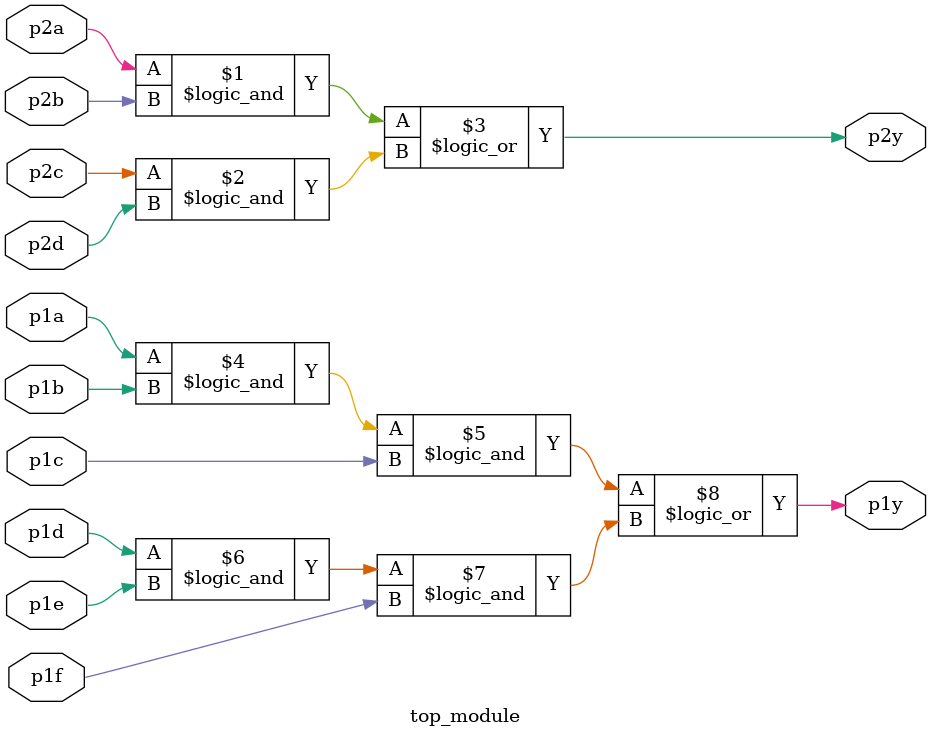
<source format=v>
module top_module (
    input  p1a,
    p1b,
    p1c,
    p1d,
    p1e,
    p1f,
    output p1y,
    input  p2a,
    p2b,
    p2c,
    p2d,
    output p2y
);

  assign p2y = (p2a && p2b) || (p2c && p2d);
  assign p1y = (p1a && p1b && p1c) || (p1d && p1e && p1f);

endmodule

</source>
